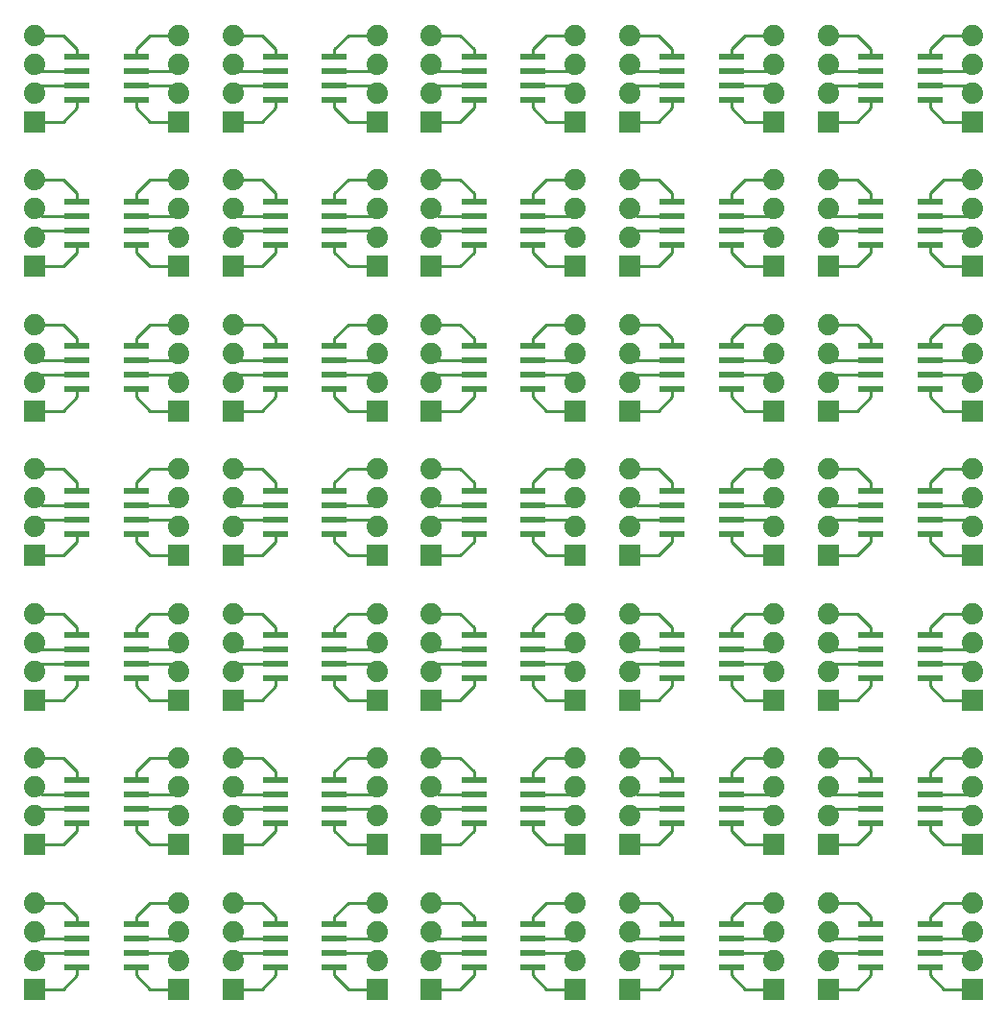
<source format=gbr>
G04 #@! TF.GenerationSoftware,KiCad,Pcbnew,5.1.5-5.1.5*
G04 #@! TF.CreationDate,2020-06-01T10:47:03+10:00*
G04 #@! TF.ProjectId,SOIC8-TSSOP8_panelized,534f4943-382d-4545-9353-4f50385f7061,rev?*
G04 #@! TF.SameCoordinates,Original*
G04 #@! TF.FileFunction,Copper,L1,Top*
G04 #@! TF.FilePolarity,Positive*
%FSLAX46Y46*%
G04 Gerber Fmt 4.6, Leading zero omitted, Abs format (unit mm)*
G04 Created by KiCad (PCBNEW 5.1.5-5.1.5) date 2020-06-01 10:47:03*
%MOMM*%
%LPD*%
G04 APERTURE LIST*
%ADD10R,1.879600X1.879600*%
%ADD11C,1.879600*%
%ADD12R,2.200000X0.600000*%
%ADD13C,0.254000*%
G04 APERTURE END LIST*
D10*
X225016108Y-185248612D03*
D11*
X225016108Y-182708612D03*
X225016108Y-180168612D03*
X225016108Y-177628612D03*
D10*
X225016108Y-172508610D03*
D11*
X225016108Y-169968610D03*
X225016108Y-167428610D03*
X225016108Y-164888610D03*
D10*
X225016108Y-159768608D03*
D11*
X225016108Y-157228608D03*
X225016108Y-154688608D03*
X225016108Y-152148608D03*
D10*
X225016108Y-147028606D03*
D11*
X225016108Y-144488606D03*
X225016108Y-141948606D03*
X225016108Y-139408606D03*
D10*
X225016108Y-134288604D03*
D11*
X225016108Y-131748604D03*
X225016108Y-129208604D03*
X225016108Y-126668604D03*
D10*
X225016108Y-121548602D03*
D11*
X225016108Y-119008602D03*
X225016108Y-116468602D03*
X225016108Y-113928602D03*
D10*
X225016108Y-108808600D03*
D11*
X225016108Y-106268600D03*
X225016108Y-103728600D03*
X225016108Y-101188600D03*
D10*
X207516106Y-185248612D03*
D11*
X207516106Y-182708612D03*
X207516106Y-180168612D03*
X207516106Y-177628612D03*
D10*
X207516106Y-172508610D03*
D11*
X207516106Y-169968610D03*
X207516106Y-167428610D03*
X207516106Y-164888610D03*
D10*
X207516106Y-159768608D03*
D11*
X207516106Y-157228608D03*
X207516106Y-154688608D03*
X207516106Y-152148608D03*
D10*
X207516106Y-147028606D03*
D11*
X207516106Y-144488606D03*
X207516106Y-141948606D03*
X207516106Y-139408606D03*
D10*
X207516106Y-134288604D03*
D11*
X207516106Y-131748604D03*
X207516106Y-129208604D03*
X207516106Y-126668604D03*
D10*
X207516106Y-121548602D03*
D11*
X207516106Y-119008602D03*
X207516106Y-116468602D03*
X207516106Y-113928602D03*
D10*
X207516106Y-108808600D03*
D11*
X207516106Y-106268600D03*
X207516106Y-103728600D03*
X207516106Y-101188600D03*
D10*
X190016104Y-185248612D03*
D11*
X190016104Y-182708612D03*
X190016104Y-180168612D03*
X190016104Y-177628612D03*
D10*
X190016104Y-172508610D03*
D11*
X190016104Y-169968610D03*
X190016104Y-167428610D03*
X190016104Y-164888610D03*
D10*
X190016104Y-159768608D03*
D11*
X190016104Y-157228608D03*
X190016104Y-154688608D03*
X190016104Y-152148608D03*
D10*
X190016104Y-147028606D03*
D11*
X190016104Y-144488606D03*
X190016104Y-141948606D03*
X190016104Y-139408606D03*
D10*
X190016104Y-134288604D03*
D11*
X190016104Y-131748604D03*
X190016104Y-129208604D03*
X190016104Y-126668604D03*
D10*
X190016104Y-121548602D03*
D11*
X190016104Y-119008602D03*
X190016104Y-116468602D03*
X190016104Y-113928602D03*
D10*
X190016104Y-108808600D03*
D11*
X190016104Y-106268600D03*
X190016104Y-103728600D03*
X190016104Y-101188600D03*
D10*
X172516102Y-185248612D03*
D11*
X172516102Y-182708612D03*
X172516102Y-180168612D03*
X172516102Y-177628612D03*
D10*
X172516102Y-172508610D03*
D11*
X172516102Y-169968610D03*
X172516102Y-167428610D03*
X172516102Y-164888610D03*
D10*
X172516102Y-159768608D03*
D11*
X172516102Y-157228608D03*
X172516102Y-154688608D03*
X172516102Y-152148608D03*
D10*
X172516102Y-147028606D03*
D11*
X172516102Y-144488606D03*
X172516102Y-141948606D03*
X172516102Y-139408606D03*
D10*
X172516102Y-134288604D03*
D11*
X172516102Y-131748604D03*
X172516102Y-129208604D03*
X172516102Y-126668604D03*
D10*
X172516102Y-121548602D03*
D11*
X172516102Y-119008602D03*
X172516102Y-116468602D03*
X172516102Y-113928602D03*
D10*
X172516102Y-108808600D03*
D11*
X172516102Y-106268600D03*
X172516102Y-103728600D03*
X172516102Y-101188600D03*
D10*
X155016100Y-185248612D03*
D11*
X155016100Y-182708612D03*
X155016100Y-180168612D03*
X155016100Y-177628612D03*
D10*
X155016100Y-172508610D03*
D11*
X155016100Y-169968610D03*
X155016100Y-167428610D03*
X155016100Y-164888610D03*
D10*
X155016100Y-159768608D03*
D11*
X155016100Y-157228608D03*
X155016100Y-154688608D03*
X155016100Y-152148608D03*
D10*
X155016100Y-147028606D03*
D11*
X155016100Y-144488606D03*
X155016100Y-141948606D03*
X155016100Y-139408606D03*
D10*
X155016100Y-134288604D03*
D11*
X155016100Y-131748604D03*
X155016100Y-129208604D03*
X155016100Y-126668604D03*
D10*
X155016100Y-121548602D03*
D11*
X155016100Y-119008602D03*
X155016100Y-116468602D03*
X155016100Y-113928602D03*
D10*
X212316108Y-185248612D03*
D11*
X212316108Y-182708612D03*
X212316108Y-180168612D03*
X212316108Y-177628612D03*
D10*
X212316108Y-172508610D03*
D11*
X212316108Y-169968610D03*
X212316108Y-167428610D03*
X212316108Y-164888610D03*
D10*
X212316108Y-159768608D03*
D11*
X212316108Y-157228608D03*
X212316108Y-154688608D03*
X212316108Y-152148608D03*
D10*
X212316108Y-147028606D03*
D11*
X212316108Y-144488606D03*
X212316108Y-141948606D03*
X212316108Y-139408606D03*
D10*
X212316108Y-134288604D03*
D11*
X212316108Y-131748604D03*
X212316108Y-129208604D03*
X212316108Y-126668604D03*
D10*
X212316108Y-121548602D03*
D11*
X212316108Y-119008602D03*
X212316108Y-116468602D03*
X212316108Y-113928602D03*
D10*
X212316108Y-108808600D03*
D11*
X212316108Y-106268600D03*
X212316108Y-103728600D03*
X212316108Y-101188600D03*
D10*
X194816106Y-185248612D03*
D11*
X194816106Y-182708612D03*
X194816106Y-180168612D03*
X194816106Y-177628612D03*
D10*
X194816106Y-172508610D03*
D11*
X194816106Y-169968610D03*
X194816106Y-167428610D03*
X194816106Y-164888610D03*
D10*
X194816106Y-159768608D03*
D11*
X194816106Y-157228608D03*
X194816106Y-154688608D03*
X194816106Y-152148608D03*
D10*
X194816106Y-147028606D03*
D11*
X194816106Y-144488606D03*
X194816106Y-141948606D03*
X194816106Y-139408606D03*
D10*
X194816106Y-134288604D03*
D11*
X194816106Y-131748604D03*
X194816106Y-129208604D03*
X194816106Y-126668604D03*
D10*
X194816106Y-121548602D03*
D11*
X194816106Y-119008602D03*
X194816106Y-116468602D03*
X194816106Y-113928602D03*
D10*
X194816106Y-108808600D03*
D11*
X194816106Y-106268600D03*
X194816106Y-103728600D03*
X194816106Y-101188600D03*
D10*
X177316104Y-185248612D03*
D11*
X177316104Y-182708612D03*
X177316104Y-180168612D03*
X177316104Y-177628612D03*
D10*
X177316104Y-172508610D03*
D11*
X177316104Y-169968610D03*
X177316104Y-167428610D03*
X177316104Y-164888610D03*
D10*
X177316104Y-159768608D03*
D11*
X177316104Y-157228608D03*
X177316104Y-154688608D03*
X177316104Y-152148608D03*
D10*
X177316104Y-147028606D03*
D11*
X177316104Y-144488606D03*
X177316104Y-141948606D03*
X177316104Y-139408606D03*
D10*
X177316104Y-134288604D03*
D11*
X177316104Y-131748604D03*
X177316104Y-129208604D03*
X177316104Y-126668604D03*
D10*
X177316104Y-121548602D03*
D11*
X177316104Y-119008602D03*
X177316104Y-116468602D03*
X177316104Y-113928602D03*
D10*
X177316104Y-108808600D03*
D11*
X177316104Y-106268600D03*
X177316104Y-103728600D03*
X177316104Y-101188600D03*
D10*
X159816102Y-185248612D03*
D11*
X159816102Y-182708612D03*
X159816102Y-180168612D03*
X159816102Y-177628612D03*
D10*
X159816102Y-172508610D03*
D11*
X159816102Y-169968610D03*
X159816102Y-167428610D03*
X159816102Y-164888610D03*
D10*
X159816102Y-159768608D03*
D11*
X159816102Y-157228608D03*
X159816102Y-154688608D03*
X159816102Y-152148608D03*
D10*
X159816102Y-147028606D03*
D11*
X159816102Y-144488606D03*
X159816102Y-141948606D03*
X159816102Y-139408606D03*
D10*
X159816102Y-134288604D03*
D11*
X159816102Y-131748604D03*
X159816102Y-129208604D03*
X159816102Y-126668604D03*
D10*
X159816102Y-121548602D03*
D11*
X159816102Y-119008602D03*
X159816102Y-116468602D03*
X159816102Y-113928602D03*
D10*
X159816102Y-108808600D03*
D11*
X159816102Y-106268600D03*
X159816102Y-103728600D03*
X159816102Y-101188600D03*
D10*
X142316100Y-185248612D03*
D11*
X142316100Y-182708612D03*
X142316100Y-180168612D03*
X142316100Y-177628612D03*
D10*
X142316100Y-172508610D03*
D11*
X142316100Y-169968610D03*
X142316100Y-167428610D03*
X142316100Y-164888610D03*
D10*
X142316100Y-159768608D03*
D11*
X142316100Y-157228608D03*
X142316100Y-154688608D03*
X142316100Y-152148608D03*
D10*
X142316100Y-147028606D03*
D11*
X142316100Y-144488606D03*
X142316100Y-141948606D03*
X142316100Y-139408606D03*
D10*
X142316100Y-134288604D03*
D11*
X142316100Y-131748604D03*
X142316100Y-129208604D03*
X142316100Y-126668604D03*
D10*
X142316100Y-121548602D03*
D11*
X142316100Y-119008602D03*
X142316100Y-116468602D03*
X142316100Y-113928602D03*
D12*
X216066108Y-180803612D03*
X221266108Y-180803612D03*
X216066108Y-179533612D03*
X216066108Y-182073612D03*
X216066108Y-183343612D03*
X221266108Y-179533612D03*
X221266108Y-182073612D03*
X221266108Y-183343612D03*
X216066108Y-168063610D03*
X221266108Y-168063610D03*
X216066108Y-166793610D03*
X216066108Y-169333610D03*
X216066108Y-170603610D03*
X221266108Y-166793610D03*
X221266108Y-169333610D03*
X221266108Y-170603610D03*
X216066108Y-155323608D03*
X221266108Y-155323608D03*
X216066108Y-154053608D03*
X216066108Y-156593608D03*
X216066108Y-157863608D03*
X221266108Y-154053608D03*
X221266108Y-156593608D03*
X221266108Y-157863608D03*
X216066108Y-142583606D03*
X221266108Y-142583606D03*
X216066108Y-141313606D03*
X216066108Y-143853606D03*
X216066108Y-145123606D03*
X221266108Y-141313606D03*
X221266108Y-143853606D03*
X221266108Y-145123606D03*
X216066108Y-129843604D03*
X221266108Y-129843604D03*
X216066108Y-128573604D03*
X216066108Y-131113604D03*
X216066108Y-132383604D03*
X221266108Y-128573604D03*
X221266108Y-131113604D03*
X221266108Y-132383604D03*
X216066108Y-117103602D03*
X221266108Y-117103602D03*
X216066108Y-115833602D03*
X216066108Y-118373602D03*
X216066108Y-119643602D03*
X221266108Y-115833602D03*
X221266108Y-118373602D03*
X221266108Y-119643602D03*
X216066108Y-104363600D03*
X221266108Y-104363600D03*
X216066108Y-103093600D03*
X216066108Y-105633600D03*
X216066108Y-106903600D03*
X221266108Y-103093600D03*
X221266108Y-105633600D03*
X221266108Y-106903600D03*
X198566106Y-180803612D03*
X203766106Y-180803612D03*
X198566106Y-179533612D03*
X198566106Y-182073612D03*
X198566106Y-183343612D03*
X203766106Y-179533612D03*
X203766106Y-182073612D03*
X203766106Y-183343612D03*
X198566106Y-168063610D03*
X203766106Y-168063610D03*
X198566106Y-166793610D03*
X198566106Y-169333610D03*
X198566106Y-170603610D03*
X203766106Y-166793610D03*
X203766106Y-169333610D03*
X203766106Y-170603610D03*
X198566106Y-155323608D03*
X203766106Y-155323608D03*
X198566106Y-154053608D03*
X198566106Y-156593608D03*
X198566106Y-157863608D03*
X203766106Y-154053608D03*
X203766106Y-156593608D03*
X203766106Y-157863608D03*
X198566106Y-142583606D03*
X203766106Y-142583606D03*
X198566106Y-141313606D03*
X198566106Y-143853606D03*
X198566106Y-145123606D03*
X203766106Y-141313606D03*
X203766106Y-143853606D03*
X203766106Y-145123606D03*
X198566106Y-129843604D03*
X203766106Y-129843604D03*
X198566106Y-128573604D03*
X198566106Y-131113604D03*
X198566106Y-132383604D03*
X203766106Y-128573604D03*
X203766106Y-131113604D03*
X203766106Y-132383604D03*
X198566106Y-117103602D03*
X203766106Y-117103602D03*
X198566106Y-115833602D03*
X198566106Y-118373602D03*
X198566106Y-119643602D03*
X203766106Y-115833602D03*
X203766106Y-118373602D03*
X203766106Y-119643602D03*
X198566106Y-104363600D03*
X203766106Y-104363600D03*
X198566106Y-103093600D03*
X198566106Y-105633600D03*
X198566106Y-106903600D03*
X203766106Y-103093600D03*
X203766106Y-105633600D03*
X203766106Y-106903600D03*
X181066104Y-180803612D03*
X186266104Y-180803612D03*
X181066104Y-179533612D03*
X181066104Y-182073612D03*
X181066104Y-183343612D03*
X186266104Y-179533612D03*
X186266104Y-182073612D03*
X186266104Y-183343612D03*
X181066104Y-168063610D03*
X186266104Y-168063610D03*
X181066104Y-166793610D03*
X181066104Y-169333610D03*
X181066104Y-170603610D03*
X186266104Y-166793610D03*
X186266104Y-169333610D03*
X186266104Y-170603610D03*
X181066104Y-155323608D03*
X186266104Y-155323608D03*
X181066104Y-154053608D03*
X181066104Y-156593608D03*
X181066104Y-157863608D03*
X186266104Y-154053608D03*
X186266104Y-156593608D03*
X186266104Y-157863608D03*
X181066104Y-142583606D03*
X186266104Y-142583606D03*
X181066104Y-141313606D03*
X181066104Y-143853606D03*
X181066104Y-145123606D03*
X186266104Y-141313606D03*
X186266104Y-143853606D03*
X186266104Y-145123606D03*
X181066104Y-129843604D03*
X186266104Y-129843604D03*
X181066104Y-128573604D03*
X181066104Y-131113604D03*
X181066104Y-132383604D03*
X186266104Y-128573604D03*
X186266104Y-131113604D03*
X186266104Y-132383604D03*
X181066104Y-117103602D03*
X186266104Y-117103602D03*
X181066104Y-115833602D03*
X181066104Y-118373602D03*
X181066104Y-119643602D03*
X186266104Y-115833602D03*
X186266104Y-118373602D03*
X186266104Y-119643602D03*
X181066104Y-104363600D03*
X186266104Y-104363600D03*
X181066104Y-103093600D03*
X181066104Y-105633600D03*
X181066104Y-106903600D03*
X186266104Y-103093600D03*
X186266104Y-105633600D03*
X186266104Y-106903600D03*
X163566102Y-180803612D03*
X168766102Y-180803612D03*
X163566102Y-179533612D03*
X163566102Y-182073612D03*
X163566102Y-183343612D03*
X168766102Y-179533612D03*
X168766102Y-182073612D03*
X168766102Y-183343612D03*
X163566102Y-168063610D03*
X168766102Y-168063610D03*
X163566102Y-166793610D03*
X163566102Y-169333610D03*
X163566102Y-170603610D03*
X168766102Y-166793610D03*
X168766102Y-169333610D03*
X168766102Y-170603610D03*
X163566102Y-155323608D03*
X168766102Y-155323608D03*
X163566102Y-154053608D03*
X163566102Y-156593608D03*
X163566102Y-157863608D03*
X168766102Y-154053608D03*
X168766102Y-156593608D03*
X168766102Y-157863608D03*
X163566102Y-142583606D03*
X168766102Y-142583606D03*
X163566102Y-141313606D03*
X163566102Y-143853606D03*
X163566102Y-145123606D03*
X168766102Y-141313606D03*
X168766102Y-143853606D03*
X168766102Y-145123606D03*
X163566102Y-129843604D03*
X168766102Y-129843604D03*
X163566102Y-128573604D03*
X163566102Y-131113604D03*
X163566102Y-132383604D03*
X168766102Y-128573604D03*
X168766102Y-131113604D03*
X168766102Y-132383604D03*
X163566102Y-117103602D03*
X168766102Y-117103602D03*
X163566102Y-115833602D03*
X163566102Y-118373602D03*
X163566102Y-119643602D03*
X168766102Y-115833602D03*
X168766102Y-118373602D03*
X168766102Y-119643602D03*
X163566102Y-104363600D03*
X168766102Y-104363600D03*
X163566102Y-103093600D03*
X163566102Y-105633600D03*
X163566102Y-106903600D03*
X168766102Y-103093600D03*
X168766102Y-105633600D03*
X168766102Y-106903600D03*
X146066100Y-180803612D03*
X151266100Y-180803612D03*
X146066100Y-179533612D03*
X146066100Y-182073612D03*
X146066100Y-183343612D03*
X151266100Y-179533612D03*
X151266100Y-182073612D03*
X151266100Y-183343612D03*
X146066100Y-168063610D03*
X151266100Y-168063610D03*
X146066100Y-166793610D03*
X146066100Y-169333610D03*
X146066100Y-170603610D03*
X151266100Y-166793610D03*
X151266100Y-169333610D03*
X151266100Y-170603610D03*
X146066100Y-155323608D03*
X151266100Y-155323608D03*
X146066100Y-154053608D03*
X146066100Y-156593608D03*
X146066100Y-157863608D03*
X151266100Y-154053608D03*
X151266100Y-156593608D03*
X151266100Y-157863608D03*
X146066100Y-142583606D03*
X151266100Y-142583606D03*
X146066100Y-141313606D03*
X146066100Y-143853606D03*
X146066100Y-145123606D03*
X151266100Y-141313606D03*
X151266100Y-143853606D03*
X151266100Y-145123606D03*
X146066100Y-129843604D03*
X151266100Y-129843604D03*
X146066100Y-128573604D03*
X146066100Y-131113604D03*
X146066100Y-132383604D03*
X151266100Y-128573604D03*
X151266100Y-131113604D03*
X151266100Y-132383604D03*
X146066100Y-117103602D03*
X151266100Y-117103602D03*
X146066100Y-115833602D03*
X146066100Y-118373602D03*
X146066100Y-119643602D03*
X151266100Y-115833602D03*
X151266100Y-118373602D03*
X151266100Y-119643602D03*
X151266100Y-106903600D03*
X151266100Y-105633600D03*
X151266100Y-103093600D03*
X146066100Y-106903600D03*
X146066100Y-105633600D03*
X146066100Y-103093600D03*
X151266100Y-104363600D03*
X146066100Y-104363600D03*
D11*
X142316100Y-101188600D03*
X142316100Y-103728600D03*
X142316100Y-106268600D03*
D10*
X142316100Y-108808600D03*
D11*
X155016100Y-101188600D03*
X155016100Y-103728600D03*
X155016100Y-106268600D03*
D10*
X155016100Y-108808600D03*
D13*
X151266100Y-106903600D02*
X151266100Y-107598600D01*
X151266100Y-107598600D02*
X152476100Y-108808600D01*
X152476100Y-108808600D02*
X155016100Y-108808600D01*
X151266100Y-119643602D02*
X151266100Y-120338602D01*
X151266100Y-132383604D02*
X151266100Y-133078604D01*
X151266100Y-145123606D02*
X151266100Y-145818606D01*
X151266100Y-157863608D02*
X151266100Y-158558608D01*
X151266100Y-170603610D02*
X151266100Y-171298610D01*
X151266100Y-183343612D02*
X151266100Y-184038612D01*
X168766102Y-106903600D02*
X168766102Y-107598600D01*
X168766102Y-119643602D02*
X168766102Y-120338602D01*
X168766102Y-132383604D02*
X168766102Y-133078604D01*
X168766102Y-145123606D02*
X168766102Y-145818606D01*
X168766102Y-157863608D02*
X168766102Y-158558608D01*
X168766102Y-170603610D02*
X168766102Y-171298610D01*
X168766102Y-183343612D02*
X168766102Y-184038612D01*
X186266104Y-106903600D02*
X186266104Y-107598600D01*
X186266104Y-119643602D02*
X186266104Y-120338602D01*
X186266104Y-132383604D02*
X186266104Y-133078604D01*
X186266104Y-145123606D02*
X186266104Y-145818606D01*
X186266104Y-157863608D02*
X186266104Y-158558608D01*
X186266104Y-170603610D02*
X186266104Y-171298610D01*
X186266104Y-183343612D02*
X186266104Y-184038612D01*
X203766106Y-106903600D02*
X203766106Y-107598600D01*
X203766106Y-119643602D02*
X203766106Y-120338602D01*
X203766106Y-132383604D02*
X203766106Y-133078604D01*
X203766106Y-145123606D02*
X203766106Y-145818606D01*
X203766106Y-157863608D02*
X203766106Y-158558608D01*
X203766106Y-170603610D02*
X203766106Y-171298610D01*
X203766106Y-183343612D02*
X203766106Y-184038612D01*
X221266108Y-106903600D02*
X221266108Y-107598600D01*
X221266108Y-119643602D02*
X221266108Y-120338602D01*
X221266108Y-132383604D02*
X221266108Y-133078604D01*
X221266108Y-145123606D02*
X221266108Y-145818606D01*
X221266108Y-157863608D02*
X221266108Y-158558608D01*
X221266108Y-170603610D02*
X221266108Y-171298610D01*
X221266108Y-183343612D02*
X221266108Y-184038612D01*
X151266100Y-120338602D02*
X152476100Y-121548602D01*
X151266100Y-133078604D02*
X152476100Y-134288604D01*
X151266100Y-145818606D02*
X152476100Y-147028606D01*
X151266100Y-158558608D02*
X152476100Y-159768608D01*
X151266100Y-171298610D02*
X152476100Y-172508610D01*
X151266100Y-184038612D02*
X152476100Y-185248612D01*
X168766102Y-107598600D02*
X169976102Y-108808600D01*
X168766102Y-120338602D02*
X169976102Y-121548602D01*
X168766102Y-133078604D02*
X169976102Y-134288604D01*
X168766102Y-145818606D02*
X169976102Y-147028606D01*
X168766102Y-158558608D02*
X169976102Y-159768608D01*
X168766102Y-171298610D02*
X169976102Y-172508610D01*
X168766102Y-184038612D02*
X169976102Y-185248612D01*
X186266104Y-107598600D02*
X187476104Y-108808600D01*
X186266104Y-120338602D02*
X187476104Y-121548602D01*
X186266104Y-133078604D02*
X187476104Y-134288604D01*
X186266104Y-145818606D02*
X187476104Y-147028606D01*
X186266104Y-158558608D02*
X187476104Y-159768608D01*
X186266104Y-171298610D02*
X187476104Y-172508610D01*
X186266104Y-184038612D02*
X187476104Y-185248612D01*
X203766106Y-107598600D02*
X204976106Y-108808600D01*
X203766106Y-120338602D02*
X204976106Y-121548602D01*
X203766106Y-133078604D02*
X204976106Y-134288604D01*
X203766106Y-145818606D02*
X204976106Y-147028606D01*
X203766106Y-158558608D02*
X204976106Y-159768608D01*
X203766106Y-171298610D02*
X204976106Y-172508610D01*
X203766106Y-184038612D02*
X204976106Y-185248612D01*
X221266108Y-107598600D02*
X222476108Y-108808600D01*
X221266108Y-120338602D02*
X222476108Y-121548602D01*
X221266108Y-133078604D02*
X222476108Y-134288604D01*
X221266108Y-145818606D02*
X222476108Y-147028606D01*
X221266108Y-158558608D02*
X222476108Y-159768608D01*
X221266108Y-171298610D02*
X222476108Y-172508610D01*
X221266108Y-184038612D02*
X222476108Y-185248612D01*
X152476100Y-121548602D02*
X155016100Y-121548602D01*
X152476100Y-134288604D02*
X155016100Y-134288604D01*
X152476100Y-147028606D02*
X155016100Y-147028606D01*
X152476100Y-159768608D02*
X155016100Y-159768608D01*
X152476100Y-172508610D02*
X155016100Y-172508610D01*
X152476100Y-185248612D02*
X155016100Y-185248612D01*
X169976102Y-108808600D02*
X172516102Y-108808600D01*
X169976102Y-121548602D02*
X172516102Y-121548602D01*
X169976102Y-134288604D02*
X172516102Y-134288604D01*
X169976102Y-147028606D02*
X172516102Y-147028606D01*
X169976102Y-159768608D02*
X172516102Y-159768608D01*
X169976102Y-172508610D02*
X172516102Y-172508610D01*
X169976102Y-185248612D02*
X172516102Y-185248612D01*
X187476104Y-108808600D02*
X190016104Y-108808600D01*
X187476104Y-121548602D02*
X190016104Y-121548602D01*
X187476104Y-134288604D02*
X190016104Y-134288604D01*
X187476104Y-147028606D02*
X190016104Y-147028606D01*
X187476104Y-159768608D02*
X190016104Y-159768608D01*
X187476104Y-172508610D02*
X190016104Y-172508610D01*
X187476104Y-185248612D02*
X190016104Y-185248612D01*
X204976106Y-108808600D02*
X207516106Y-108808600D01*
X204976106Y-121548602D02*
X207516106Y-121548602D01*
X204976106Y-134288604D02*
X207516106Y-134288604D01*
X204976106Y-147028606D02*
X207516106Y-147028606D01*
X204976106Y-159768608D02*
X207516106Y-159768608D01*
X204976106Y-172508610D02*
X207516106Y-172508610D01*
X204976106Y-185248612D02*
X207516106Y-185248612D01*
X222476108Y-108808600D02*
X225016108Y-108808600D01*
X222476108Y-121548602D02*
X225016108Y-121548602D01*
X222476108Y-134288604D02*
X225016108Y-134288604D01*
X222476108Y-147028606D02*
X225016108Y-147028606D01*
X222476108Y-159768608D02*
X225016108Y-159768608D01*
X222476108Y-172508610D02*
X225016108Y-172508610D01*
X222476108Y-185248612D02*
X225016108Y-185248612D01*
X151266100Y-105633600D02*
X154381100Y-105633600D01*
X154381100Y-105633600D02*
X155016100Y-106268600D01*
X151266100Y-118373602D02*
X154381100Y-118373602D01*
X151266100Y-131113604D02*
X154381100Y-131113604D01*
X151266100Y-143853606D02*
X154381100Y-143853606D01*
X151266100Y-156593608D02*
X154381100Y-156593608D01*
X151266100Y-169333610D02*
X154381100Y-169333610D01*
X151266100Y-182073612D02*
X154381100Y-182073612D01*
X168766102Y-105633600D02*
X171881102Y-105633600D01*
X168766102Y-118373602D02*
X171881102Y-118373602D01*
X168766102Y-131113604D02*
X171881102Y-131113604D01*
X168766102Y-143853606D02*
X171881102Y-143853606D01*
X168766102Y-156593608D02*
X171881102Y-156593608D01*
X168766102Y-169333610D02*
X171881102Y-169333610D01*
X168766102Y-182073612D02*
X171881102Y-182073612D01*
X186266104Y-105633600D02*
X189381104Y-105633600D01*
X186266104Y-118373602D02*
X189381104Y-118373602D01*
X186266104Y-131113604D02*
X189381104Y-131113604D01*
X186266104Y-143853606D02*
X189381104Y-143853606D01*
X186266104Y-156593608D02*
X189381104Y-156593608D01*
X186266104Y-169333610D02*
X189381104Y-169333610D01*
X186266104Y-182073612D02*
X189381104Y-182073612D01*
X203766106Y-105633600D02*
X206881106Y-105633600D01*
X203766106Y-118373602D02*
X206881106Y-118373602D01*
X203766106Y-131113604D02*
X206881106Y-131113604D01*
X203766106Y-143853606D02*
X206881106Y-143853606D01*
X203766106Y-156593608D02*
X206881106Y-156593608D01*
X203766106Y-169333610D02*
X206881106Y-169333610D01*
X203766106Y-182073612D02*
X206881106Y-182073612D01*
X221266108Y-105633600D02*
X224381108Y-105633600D01*
X221266108Y-118373602D02*
X224381108Y-118373602D01*
X221266108Y-131113604D02*
X224381108Y-131113604D01*
X221266108Y-143853606D02*
X224381108Y-143853606D01*
X221266108Y-156593608D02*
X224381108Y-156593608D01*
X221266108Y-169333610D02*
X224381108Y-169333610D01*
X221266108Y-182073612D02*
X224381108Y-182073612D01*
X154381100Y-118373602D02*
X155016100Y-119008602D01*
X154381100Y-131113604D02*
X155016100Y-131748604D01*
X154381100Y-143853606D02*
X155016100Y-144488606D01*
X154381100Y-156593608D02*
X155016100Y-157228608D01*
X154381100Y-169333610D02*
X155016100Y-169968610D01*
X154381100Y-182073612D02*
X155016100Y-182708612D01*
X171881102Y-105633600D02*
X172516102Y-106268600D01*
X171881102Y-118373602D02*
X172516102Y-119008602D01*
X171881102Y-131113604D02*
X172516102Y-131748604D01*
X171881102Y-143853606D02*
X172516102Y-144488606D01*
X171881102Y-156593608D02*
X172516102Y-157228608D01*
X171881102Y-169333610D02*
X172516102Y-169968610D01*
X171881102Y-182073612D02*
X172516102Y-182708612D01*
X189381104Y-105633600D02*
X190016104Y-106268600D01*
X189381104Y-118373602D02*
X190016104Y-119008602D01*
X189381104Y-131113604D02*
X190016104Y-131748604D01*
X189381104Y-143853606D02*
X190016104Y-144488606D01*
X189381104Y-156593608D02*
X190016104Y-157228608D01*
X189381104Y-169333610D02*
X190016104Y-169968610D01*
X189381104Y-182073612D02*
X190016104Y-182708612D01*
X206881106Y-105633600D02*
X207516106Y-106268600D01*
X206881106Y-118373602D02*
X207516106Y-119008602D01*
X206881106Y-131113604D02*
X207516106Y-131748604D01*
X206881106Y-143853606D02*
X207516106Y-144488606D01*
X206881106Y-156593608D02*
X207516106Y-157228608D01*
X206881106Y-169333610D02*
X207516106Y-169968610D01*
X206881106Y-182073612D02*
X207516106Y-182708612D01*
X224381108Y-105633600D02*
X225016108Y-106268600D01*
X224381108Y-118373602D02*
X225016108Y-119008602D01*
X224381108Y-131113604D02*
X225016108Y-131748604D01*
X224381108Y-143853606D02*
X225016108Y-144488606D01*
X224381108Y-156593608D02*
X225016108Y-157228608D01*
X224381108Y-169333610D02*
X225016108Y-169968610D01*
X224381108Y-182073612D02*
X225016108Y-182708612D01*
X151266100Y-103093600D02*
X151266100Y-102398600D01*
X151266100Y-102398600D02*
X152476100Y-101188600D01*
X152476100Y-101188600D02*
X155016100Y-101188600D01*
X151266100Y-115833602D02*
X151266100Y-115138602D01*
X151266100Y-128573604D02*
X151266100Y-127878604D01*
X151266100Y-141313606D02*
X151266100Y-140618606D01*
X151266100Y-154053608D02*
X151266100Y-153358608D01*
X151266100Y-166793610D02*
X151266100Y-166098610D01*
X151266100Y-179533612D02*
X151266100Y-178838612D01*
X168766102Y-103093600D02*
X168766102Y-102398600D01*
X168766102Y-115833602D02*
X168766102Y-115138602D01*
X168766102Y-128573604D02*
X168766102Y-127878604D01*
X168766102Y-141313606D02*
X168766102Y-140618606D01*
X168766102Y-154053608D02*
X168766102Y-153358608D01*
X168766102Y-166793610D02*
X168766102Y-166098610D01*
X168766102Y-179533612D02*
X168766102Y-178838612D01*
X186266104Y-103093600D02*
X186266104Y-102398600D01*
X186266104Y-115833602D02*
X186266104Y-115138602D01*
X186266104Y-128573604D02*
X186266104Y-127878604D01*
X186266104Y-141313606D02*
X186266104Y-140618606D01*
X186266104Y-154053608D02*
X186266104Y-153358608D01*
X186266104Y-166793610D02*
X186266104Y-166098610D01*
X186266104Y-179533612D02*
X186266104Y-178838612D01*
X203766106Y-103093600D02*
X203766106Y-102398600D01*
X203766106Y-115833602D02*
X203766106Y-115138602D01*
X203766106Y-128573604D02*
X203766106Y-127878604D01*
X203766106Y-141313606D02*
X203766106Y-140618606D01*
X203766106Y-154053608D02*
X203766106Y-153358608D01*
X203766106Y-166793610D02*
X203766106Y-166098610D01*
X203766106Y-179533612D02*
X203766106Y-178838612D01*
X221266108Y-103093600D02*
X221266108Y-102398600D01*
X221266108Y-115833602D02*
X221266108Y-115138602D01*
X221266108Y-128573604D02*
X221266108Y-127878604D01*
X221266108Y-141313606D02*
X221266108Y-140618606D01*
X221266108Y-154053608D02*
X221266108Y-153358608D01*
X221266108Y-166793610D02*
X221266108Y-166098610D01*
X221266108Y-179533612D02*
X221266108Y-178838612D01*
X151266100Y-115138602D02*
X152476100Y-113928602D01*
X151266100Y-127878604D02*
X152476100Y-126668604D01*
X151266100Y-140618606D02*
X152476100Y-139408606D01*
X151266100Y-153358608D02*
X152476100Y-152148608D01*
X151266100Y-166098610D02*
X152476100Y-164888610D01*
X151266100Y-178838612D02*
X152476100Y-177628612D01*
X168766102Y-102398600D02*
X169976102Y-101188600D01*
X168766102Y-115138602D02*
X169976102Y-113928602D01*
X168766102Y-127878604D02*
X169976102Y-126668604D01*
X168766102Y-140618606D02*
X169976102Y-139408606D01*
X168766102Y-153358608D02*
X169976102Y-152148608D01*
X168766102Y-166098610D02*
X169976102Y-164888610D01*
X168766102Y-178838612D02*
X169976102Y-177628612D01*
X186266104Y-102398600D02*
X187476104Y-101188600D01*
X186266104Y-115138602D02*
X187476104Y-113928602D01*
X186266104Y-127878604D02*
X187476104Y-126668604D01*
X186266104Y-140618606D02*
X187476104Y-139408606D01*
X186266104Y-153358608D02*
X187476104Y-152148608D01*
X186266104Y-166098610D02*
X187476104Y-164888610D01*
X186266104Y-178838612D02*
X187476104Y-177628612D01*
X203766106Y-102398600D02*
X204976106Y-101188600D01*
X203766106Y-115138602D02*
X204976106Y-113928602D01*
X203766106Y-127878604D02*
X204976106Y-126668604D01*
X203766106Y-140618606D02*
X204976106Y-139408606D01*
X203766106Y-153358608D02*
X204976106Y-152148608D01*
X203766106Y-166098610D02*
X204976106Y-164888610D01*
X203766106Y-178838612D02*
X204976106Y-177628612D01*
X221266108Y-102398600D02*
X222476108Y-101188600D01*
X221266108Y-115138602D02*
X222476108Y-113928602D01*
X221266108Y-127878604D02*
X222476108Y-126668604D01*
X221266108Y-140618606D02*
X222476108Y-139408606D01*
X221266108Y-153358608D02*
X222476108Y-152148608D01*
X221266108Y-166098610D02*
X222476108Y-164888610D01*
X221266108Y-178838612D02*
X222476108Y-177628612D01*
X152476100Y-113928602D02*
X155016100Y-113928602D01*
X152476100Y-126668604D02*
X155016100Y-126668604D01*
X152476100Y-139408606D02*
X155016100Y-139408606D01*
X152476100Y-152148608D02*
X155016100Y-152148608D01*
X152476100Y-164888610D02*
X155016100Y-164888610D01*
X152476100Y-177628612D02*
X155016100Y-177628612D01*
X169976102Y-101188600D02*
X172516102Y-101188600D01*
X169976102Y-113928602D02*
X172516102Y-113928602D01*
X169976102Y-126668604D02*
X172516102Y-126668604D01*
X169976102Y-139408606D02*
X172516102Y-139408606D01*
X169976102Y-152148608D02*
X172516102Y-152148608D01*
X169976102Y-164888610D02*
X172516102Y-164888610D01*
X169976102Y-177628612D02*
X172516102Y-177628612D01*
X187476104Y-101188600D02*
X190016104Y-101188600D01*
X187476104Y-113928602D02*
X190016104Y-113928602D01*
X187476104Y-126668604D02*
X190016104Y-126668604D01*
X187476104Y-139408606D02*
X190016104Y-139408606D01*
X187476104Y-152148608D02*
X190016104Y-152148608D01*
X187476104Y-164888610D02*
X190016104Y-164888610D01*
X187476104Y-177628612D02*
X190016104Y-177628612D01*
X204976106Y-101188600D02*
X207516106Y-101188600D01*
X204976106Y-113928602D02*
X207516106Y-113928602D01*
X204976106Y-126668604D02*
X207516106Y-126668604D01*
X204976106Y-139408606D02*
X207516106Y-139408606D01*
X204976106Y-152148608D02*
X207516106Y-152148608D01*
X204976106Y-164888610D02*
X207516106Y-164888610D01*
X204976106Y-177628612D02*
X207516106Y-177628612D01*
X222476108Y-101188600D02*
X225016108Y-101188600D01*
X222476108Y-113928602D02*
X225016108Y-113928602D01*
X222476108Y-126668604D02*
X225016108Y-126668604D01*
X222476108Y-139408606D02*
X225016108Y-139408606D01*
X222476108Y-152148608D02*
X225016108Y-152148608D01*
X222476108Y-164888610D02*
X225016108Y-164888610D01*
X222476108Y-177628612D02*
X225016108Y-177628612D01*
X146066100Y-106903600D02*
X146066100Y-107598600D01*
X146066100Y-107598600D02*
X144856100Y-108808600D01*
X144856100Y-108808600D02*
X142316100Y-108808600D01*
X146066100Y-119643602D02*
X146066100Y-120338602D01*
X146066100Y-132383604D02*
X146066100Y-133078604D01*
X146066100Y-145123606D02*
X146066100Y-145818606D01*
X146066100Y-157863608D02*
X146066100Y-158558608D01*
X146066100Y-170603610D02*
X146066100Y-171298610D01*
X146066100Y-183343612D02*
X146066100Y-184038612D01*
X163566102Y-106903600D02*
X163566102Y-107598600D01*
X163566102Y-119643602D02*
X163566102Y-120338602D01*
X163566102Y-132383604D02*
X163566102Y-133078604D01*
X163566102Y-145123606D02*
X163566102Y-145818606D01*
X163566102Y-157863608D02*
X163566102Y-158558608D01*
X163566102Y-170603610D02*
X163566102Y-171298610D01*
X163566102Y-183343612D02*
X163566102Y-184038612D01*
X181066104Y-106903600D02*
X181066104Y-107598600D01*
X181066104Y-119643602D02*
X181066104Y-120338602D01*
X181066104Y-132383604D02*
X181066104Y-133078604D01*
X181066104Y-145123606D02*
X181066104Y-145818606D01*
X181066104Y-157863608D02*
X181066104Y-158558608D01*
X181066104Y-170603610D02*
X181066104Y-171298610D01*
X181066104Y-183343612D02*
X181066104Y-184038612D01*
X198566106Y-106903600D02*
X198566106Y-107598600D01*
X198566106Y-119643602D02*
X198566106Y-120338602D01*
X198566106Y-132383604D02*
X198566106Y-133078604D01*
X198566106Y-145123606D02*
X198566106Y-145818606D01*
X198566106Y-157863608D02*
X198566106Y-158558608D01*
X198566106Y-170603610D02*
X198566106Y-171298610D01*
X198566106Y-183343612D02*
X198566106Y-184038612D01*
X216066108Y-106903600D02*
X216066108Y-107598600D01*
X216066108Y-119643602D02*
X216066108Y-120338602D01*
X216066108Y-132383604D02*
X216066108Y-133078604D01*
X216066108Y-145123606D02*
X216066108Y-145818606D01*
X216066108Y-157863608D02*
X216066108Y-158558608D01*
X216066108Y-170603610D02*
X216066108Y-171298610D01*
X216066108Y-183343612D02*
X216066108Y-184038612D01*
X146066100Y-120338602D02*
X144856100Y-121548602D01*
X146066100Y-133078604D02*
X144856100Y-134288604D01*
X146066100Y-145818606D02*
X144856100Y-147028606D01*
X146066100Y-158558608D02*
X144856100Y-159768608D01*
X146066100Y-171298610D02*
X144856100Y-172508610D01*
X146066100Y-184038612D02*
X144856100Y-185248612D01*
X163566102Y-107598600D02*
X162356102Y-108808600D01*
X163566102Y-120338602D02*
X162356102Y-121548602D01*
X163566102Y-133078604D02*
X162356102Y-134288604D01*
X163566102Y-145818606D02*
X162356102Y-147028606D01*
X163566102Y-158558608D02*
X162356102Y-159768608D01*
X163566102Y-171298610D02*
X162356102Y-172508610D01*
X163566102Y-184038612D02*
X162356102Y-185248612D01*
X181066104Y-107598600D02*
X179856104Y-108808600D01*
X181066104Y-120338602D02*
X179856104Y-121548602D01*
X181066104Y-133078604D02*
X179856104Y-134288604D01*
X181066104Y-145818606D02*
X179856104Y-147028606D01*
X181066104Y-158558608D02*
X179856104Y-159768608D01*
X181066104Y-171298610D02*
X179856104Y-172508610D01*
X181066104Y-184038612D02*
X179856104Y-185248612D01*
X198566106Y-107598600D02*
X197356106Y-108808600D01*
X198566106Y-120338602D02*
X197356106Y-121548602D01*
X198566106Y-133078604D02*
X197356106Y-134288604D01*
X198566106Y-145818606D02*
X197356106Y-147028606D01*
X198566106Y-158558608D02*
X197356106Y-159768608D01*
X198566106Y-171298610D02*
X197356106Y-172508610D01*
X198566106Y-184038612D02*
X197356106Y-185248612D01*
X216066108Y-107598600D02*
X214856108Y-108808600D01*
X216066108Y-120338602D02*
X214856108Y-121548602D01*
X216066108Y-133078604D02*
X214856108Y-134288604D01*
X216066108Y-145818606D02*
X214856108Y-147028606D01*
X216066108Y-158558608D02*
X214856108Y-159768608D01*
X216066108Y-171298610D02*
X214856108Y-172508610D01*
X216066108Y-184038612D02*
X214856108Y-185248612D01*
X144856100Y-121548602D02*
X142316100Y-121548602D01*
X144856100Y-134288604D02*
X142316100Y-134288604D01*
X144856100Y-147028606D02*
X142316100Y-147028606D01*
X144856100Y-159768608D02*
X142316100Y-159768608D01*
X144856100Y-172508610D02*
X142316100Y-172508610D01*
X144856100Y-185248612D02*
X142316100Y-185248612D01*
X162356102Y-108808600D02*
X159816102Y-108808600D01*
X162356102Y-121548602D02*
X159816102Y-121548602D01*
X162356102Y-134288604D02*
X159816102Y-134288604D01*
X162356102Y-147028606D02*
X159816102Y-147028606D01*
X162356102Y-159768608D02*
X159816102Y-159768608D01*
X162356102Y-172508610D02*
X159816102Y-172508610D01*
X162356102Y-185248612D02*
X159816102Y-185248612D01*
X179856104Y-108808600D02*
X177316104Y-108808600D01*
X179856104Y-121548602D02*
X177316104Y-121548602D01*
X179856104Y-134288604D02*
X177316104Y-134288604D01*
X179856104Y-147028606D02*
X177316104Y-147028606D01*
X179856104Y-159768608D02*
X177316104Y-159768608D01*
X179856104Y-172508610D02*
X177316104Y-172508610D01*
X179856104Y-185248612D02*
X177316104Y-185248612D01*
X197356106Y-108808600D02*
X194816106Y-108808600D01*
X197356106Y-121548602D02*
X194816106Y-121548602D01*
X197356106Y-134288604D02*
X194816106Y-134288604D01*
X197356106Y-147028606D02*
X194816106Y-147028606D01*
X197356106Y-159768608D02*
X194816106Y-159768608D01*
X197356106Y-172508610D02*
X194816106Y-172508610D01*
X197356106Y-185248612D02*
X194816106Y-185248612D01*
X214856108Y-108808600D02*
X212316108Y-108808600D01*
X214856108Y-121548602D02*
X212316108Y-121548602D01*
X214856108Y-134288604D02*
X212316108Y-134288604D01*
X214856108Y-147028606D02*
X212316108Y-147028606D01*
X214856108Y-159768608D02*
X212316108Y-159768608D01*
X214856108Y-172508610D02*
X212316108Y-172508610D01*
X214856108Y-185248612D02*
X212316108Y-185248612D01*
X146066100Y-105633600D02*
X142951100Y-105633600D01*
X142951100Y-105633600D02*
X142316100Y-106268600D01*
X146066100Y-118373602D02*
X142951100Y-118373602D01*
X146066100Y-131113604D02*
X142951100Y-131113604D01*
X146066100Y-143853606D02*
X142951100Y-143853606D01*
X146066100Y-156593608D02*
X142951100Y-156593608D01*
X146066100Y-169333610D02*
X142951100Y-169333610D01*
X146066100Y-182073612D02*
X142951100Y-182073612D01*
X163566102Y-105633600D02*
X160451102Y-105633600D01*
X163566102Y-118373602D02*
X160451102Y-118373602D01*
X163566102Y-131113604D02*
X160451102Y-131113604D01*
X163566102Y-143853606D02*
X160451102Y-143853606D01*
X163566102Y-156593608D02*
X160451102Y-156593608D01*
X163566102Y-169333610D02*
X160451102Y-169333610D01*
X163566102Y-182073612D02*
X160451102Y-182073612D01*
X181066104Y-105633600D02*
X177951104Y-105633600D01*
X181066104Y-118373602D02*
X177951104Y-118373602D01*
X181066104Y-131113604D02*
X177951104Y-131113604D01*
X181066104Y-143853606D02*
X177951104Y-143853606D01*
X181066104Y-156593608D02*
X177951104Y-156593608D01*
X181066104Y-169333610D02*
X177951104Y-169333610D01*
X181066104Y-182073612D02*
X177951104Y-182073612D01*
X198566106Y-105633600D02*
X195451106Y-105633600D01*
X198566106Y-118373602D02*
X195451106Y-118373602D01*
X198566106Y-131113604D02*
X195451106Y-131113604D01*
X198566106Y-143853606D02*
X195451106Y-143853606D01*
X198566106Y-156593608D02*
X195451106Y-156593608D01*
X198566106Y-169333610D02*
X195451106Y-169333610D01*
X198566106Y-182073612D02*
X195451106Y-182073612D01*
X216066108Y-105633600D02*
X212951108Y-105633600D01*
X216066108Y-118373602D02*
X212951108Y-118373602D01*
X216066108Y-131113604D02*
X212951108Y-131113604D01*
X216066108Y-143853606D02*
X212951108Y-143853606D01*
X216066108Y-156593608D02*
X212951108Y-156593608D01*
X216066108Y-169333610D02*
X212951108Y-169333610D01*
X216066108Y-182073612D02*
X212951108Y-182073612D01*
X142951100Y-118373602D02*
X142316100Y-119008602D01*
X142951100Y-131113604D02*
X142316100Y-131748604D01*
X142951100Y-143853606D02*
X142316100Y-144488606D01*
X142951100Y-156593608D02*
X142316100Y-157228608D01*
X142951100Y-169333610D02*
X142316100Y-169968610D01*
X142951100Y-182073612D02*
X142316100Y-182708612D01*
X160451102Y-105633600D02*
X159816102Y-106268600D01*
X160451102Y-118373602D02*
X159816102Y-119008602D01*
X160451102Y-131113604D02*
X159816102Y-131748604D01*
X160451102Y-143853606D02*
X159816102Y-144488606D01*
X160451102Y-156593608D02*
X159816102Y-157228608D01*
X160451102Y-169333610D02*
X159816102Y-169968610D01*
X160451102Y-182073612D02*
X159816102Y-182708612D01*
X177951104Y-105633600D02*
X177316104Y-106268600D01*
X177951104Y-118373602D02*
X177316104Y-119008602D01*
X177951104Y-131113604D02*
X177316104Y-131748604D01*
X177951104Y-143853606D02*
X177316104Y-144488606D01*
X177951104Y-156593608D02*
X177316104Y-157228608D01*
X177951104Y-169333610D02*
X177316104Y-169968610D01*
X177951104Y-182073612D02*
X177316104Y-182708612D01*
X195451106Y-105633600D02*
X194816106Y-106268600D01*
X195451106Y-118373602D02*
X194816106Y-119008602D01*
X195451106Y-131113604D02*
X194816106Y-131748604D01*
X195451106Y-143853606D02*
X194816106Y-144488606D01*
X195451106Y-156593608D02*
X194816106Y-157228608D01*
X195451106Y-169333610D02*
X194816106Y-169968610D01*
X195451106Y-182073612D02*
X194816106Y-182708612D01*
X212951108Y-105633600D02*
X212316108Y-106268600D01*
X212951108Y-118373602D02*
X212316108Y-119008602D01*
X212951108Y-131113604D02*
X212316108Y-131748604D01*
X212951108Y-143853606D02*
X212316108Y-144488606D01*
X212951108Y-156593608D02*
X212316108Y-157228608D01*
X212951108Y-169333610D02*
X212316108Y-169968610D01*
X212951108Y-182073612D02*
X212316108Y-182708612D01*
X146066100Y-103093600D02*
X146066100Y-102398600D01*
X146066100Y-102398600D02*
X144856100Y-101188600D01*
X144856100Y-101188600D02*
X142316100Y-101188600D01*
X146066100Y-115833602D02*
X146066100Y-115138602D01*
X146066100Y-128573604D02*
X146066100Y-127878604D01*
X146066100Y-141313606D02*
X146066100Y-140618606D01*
X146066100Y-154053608D02*
X146066100Y-153358608D01*
X146066100Y-166793610D02*
X146066100Y-166098610D01*
X146066100Y-179533612D02*
X146066100Y-178838612D01*
X163566102Y-103093600D02*
X163566102Y-102398600D01*
X163566102Y-115833602D02*
X163566102Y-115138602D01*
X163566102Y-128573604D02*
X163566102Y-127878604D01*
X163566102Y-141313606D02*
X163566102Y-140618606D01*
X163566102Y-154053608D02*
X163566102Y-153358608D01*
X163566102Y-166793610D02*
X163566102Y-166098610D01*
X163566102Y-179533612D02*
X163566102Y-178838612D01*
X181066104Y-103093600D02*
X181066104Y-102398600D01*
X181066104Y-115833602D02*
X181066104Y-115138602D01*
X181066104Y-128573604D02*
X181066104Y-127878604D01*
X181066104Y-141313606D02*
X181066104Y-140618606D01*
X181066104Y-154053608D02*
X181066104Y-153358608D01*
X181066104Y-166793610D02*
X181066104Y-166098610D01*
X181066104Y-179533612D02*
X181066104Y-178838612D01*
X198566106Y-103093600D02*
X198566106Y-102398600D01*
X198566106Y-115833602D02*
X198566106Y-115138602D01*
X198566106Y-128573604D02*
X198566106Y-127878604D01*
X198566106Y-141313606D02*
X198566106Y-140618606D01*
X198566106Y-154053608D02*
X198566106Y-153358608D01*
X198566106Y-166793610D02*
X198566106Y-166098610D01*
X198566106Y-179533612D02*
X198566106Y-178838612D01*
X216066108Y-103093600D02*
X216066108Y-102398600D01*
X216066108Y-115833602D02*
X216066108Y-115138602D01*
X216066108Y-128573604D02*
X216066108Y-127878604D01*
X216066108Y-141313606D02*
X216066108Y-140618606D01*
X216066108Y-154053608D02*
X216066108Y-153358608D01*
X216066108Y-166793610D02*
X216066108Y-166098610D01*
X216066108Y-179533612D02*
X216066108Y-178838612D01*
X146066100Y-115138602D02*
X144856100Y-113928602D01*
X146066100Y-127878604D02*
X144856100Y-126668604D01*
X146066100Y-140618606D02*
X144856100Y-139408606D01*
X146066100Y-153358608D02*
X144856100Y-152148608D01*
X146066100Y-166098610D02*
X144856100Y-164888610D01*
X146066100Y-178838612D02*
X144856100Y-177628612D01*
X163566102Y-102398600D02*
X162356102Y-101188600D01*
X163566102Y-115138602D02*
X162356102Y-113928602D01*
X163566102Y-127878604D02*
X162356102Y-126668604D01*
X163566102Y-140618606D02*
X162356102Y-139408606D01*
X163566102Y-153358608D02*
X162356102Y-152148608D01*
X163566102Y-166098610D02*
X162356102Y-164888610D01*
X163566102Y-178838612D02*
X162356102Y-177628612D01*
X181066104Y-102398600D02*
X179856104Y-101188600D01*
X181066104Y-115138602D02*
X179856104Y-113928602D01*
X181066104Y-127878604D02*
X179856104Y-126668604D01*
X181066104Y-140618606D02*
X179856104Y-139408606D01*
X181066104Y-153358608D02*
X179856104Y-152148608D01*
X181066104Y-166098610D02*
X179856104Y-164888610D01*
X181066104Y-178838612D02*
X179856104Y-177628612D01*
X198566106Y-102398600D02*
X197356106Y-101188600D01*
X198566106Y-115138602D02*
X197356106Y-113928602D01*
X198566106Y-127878604D02*
X197356106Y-126668604D01*
X198566106Y-140618606D02*
X197356106Y-139408606D01*
X198566106Y-153358608D02*
X197356106Y-152148608D01*
X198566106Y-166098610D02*
X197356106Y-164888610D01*
X198566106Y-178838612D02*
X197356106Y-177628612D01*
X216066108Y-102398600D02*
X214856108Y-101188600D01*
X216066108Y-115138602D02*
X214856108Y-113928602D01*
X216066108Y-127878604D02*
X214856108Y-126668604D01*
X216066108Y-140618606D02*
X214856108Y-139408606D01*
X216066108Y-153358608D02*
X214856108Y-152148608D01*
X216066108Y-166098610D02*
X214856108Y-164888610D01*
X216066108Y-178838612D02*
X214856108Y-177628612D01*
X144856100Y-113928602D02*
X142316100Y-113928602D01*
X144856100Y-126668604D02*
X142316100Y-126668604D01*
X144856100Y-139408606D02*
X142316100Y-139408606D01*
X144856100Y-152148608D02*
X142316100Y-152148608D01*
X144856100Y-164888610D02*
X142316100Y-164888610D01*
X144856100Y-177628612D02*
X142316100Y-177628612D01*
X162356102Y-101188600D02*
X159816102Y-101188600D01*
X162356102Y-113928602D02*
X159816102Y-113928602D01*
X162356102Y-126668604D02*
X159816102Y-126668604D01*
X162356102Y-139408606D02*
X159816102Y-139408606D01*
X162356102Y-152148608D02*
X159816102Y-152148608D01*
X162356102Y-164888610D02*
X159816102Y-164888610D01*
X162356102Y-177628612D02*
X159816102Y-177628612D01*
X179856104Y-101188600D02*
X177316104Y-101188600D01*
X179856104Y-113928602D02*
X177316104Y-113928602D01*
X179856104Y-126668604D02*
X177316104Y-126668604D01*
X179856104Y-139408606D02*
X177316104Y-139408606D01*
X179856104Y-152148608D02*
X177316104Y-152148608D01*
X179856104Y-164888610D02*
X177316104Y-164888610D01*
X179856104Y-177628612D02*
X177316104Y-177628612D01*
X197356106Y-101188600D02*
X194816106Y-101188600D01*
X197356106Y-113928602D02*
X194816106Y-113928602D01*
X197356106Y-126668604D02*
X194816106Y-126668604D01*
X197356106Y-139408606D02*
X194816106Y-139408606D01*
X197356106Y-152148608D02*
X194816106Y-152148608D01*
X197356106Y-164888610D02*
X194816106Y-164888610D01*
X197356106Y-177628612D02*
X194816106Y-177628612D01*
X214856108Y-101188600D02*
X212316108Y-101188600D01*
X214856108Y-113928602D02*
X212316108Y-113928602D01*
X214856108Y-126668604D02*
X212316108Y-126668604D01*
X214856108Y-139408606D02*
X212316108Y-139408606D01*
X214856108Y-152148608D02*
X212316108Y-152148608D01*
X214856108Y-164888610D02*
X212316108Y-164888610D01*
X214856108Y-177628612D02*
X212316108Y-177628612D01*
X151266100Y-104363600D02*
X154381100Y-104363600D01*
X154381100Y-104363600D02*
X155016100Y-103728600D01*
X151266100Y-117103602D02*
X154381100Y-117103602D01*
X151266100Y-129843604D02*
X154381100Y-129843604D01*
X151266100Y-142583606D02*
X154381100Y-142583606D01*
X151266100Y-155323608D02*
X154381100Y-155323608D01*
X151266100Y-168063610D02*
X154381100Y-168063610D01*
X151266100Y-180803612D02*
X154381100Y-180803612D01*
X168766102Y-104363600D02*
X171881102Y-104363600D01*
X168766102Y-117103602D02*
X171881102Y-117103602D01*
X168766102Y-129843604D02*
X171881102Y-129843604D01*
X168766102Y-142583606D02*
X171881102Y-142583606D01*
X168766102Y-155323608D02*
X171881102Y-155323608D01*
X168766102Y-168063610D02*
X171881102Y-168063610D01*
X168766102Y-180803612D02*
X171881102Y-180803612D01*
X186266104Y-104363600D02*
X189381104Y-104363600D01*
X186266104Y-117103602D02*
X189381104Y-117103602D01*
X186266104Y-129843604D02*
X189381104Y-129843604D01*
X186266104Y-142583606D02*
X189381104Y-142583606D01*
X186266104Y-155323608D02*
X189381104Y-155323608D01*
X186266104Y-168063610D02*
X189381104Y-168063610D01*
X186266104Y-180803612D02*
X189381104Y-180803612D01*
X203766106Y-104363600D02*
X206881106Y-104363600D01*
X203766106Y-117103602D02*
X206881106Y-117103602D01*
X203766106Y-129843604D02*
X206881106Y-129843604D01*
X203766106Y-142583606D02*
X206881106Y-142583606D01*
X203766106Y-155323608D02*
X206881106Y-155323608D01*
X203766106Y-168063610D02*
X206881106Y-168063610D01*
X203766106Y-180803612D02*
X206881106Y-180803612D01*
X221266108Y-104363600D02*
X224381108Y-104363600D01*
X221266108Y-117103602D02*
X224381108Y-117103602D01*
X221266108Y-129843604D02*
X224381108Y-129843604D01*
X221266108Y-142583606D02*
X224381108Y-142583606D01*
X221266108Y-155323608D02*
X224381108Y-155323608D01*
X221266108Y-168063610D02*
X224381108Y-168063610D01*
X221266108Y-180803612D02*
X224381108Y-180803612D01*
X154381100Y-117103602D02*
X155016100Y-116468602D01*
X154381100Y-129843604D02*
X155016100Y-129208604D01*
X154381100Y-142583606D02*
X155016100Y-141948606D01*
X154381100Y-155323608D02*
X155016100Y-154688608D01*
X154381100Y-168063610D02*
X155016100Y-167428610D01*
X154381100Y-180803612D02*
X155016100Y-180168612D01*
X171881102Y-104363600D02*
X172516102Y-103728600D01*
X171881102Y-117103602D02*
X172516102Y-116468602D01*
X171881102Y-129843604D02*
X172516102Y-129208604D01*
X171881102Y-142583606D02*
X172516102Y-141948606D01*
X171881102Y-155323608D02*
X172516102Y-154688608D01*
X171881102Y-168063610D02*
X172516102Y-167428610D01*
X171881102Y-180803612D02*
X172516102Y-180168612D01*
X189381104Y-104363600D02*
X190016104Y-103728600D01*
X189381104Y-117103602D02*
X190016104Y-116468602D01*
X189381104Y-129843604D02*
X190016104Y-129208604D01*
X189381104Y-142583606D02*
X190016104Y-141948606D01*
X189381104Y-155323608D02*
X190016104Y-154688608D01*
X189381104Y-168063610D02*
X190016104Y-167428610D01*
X189381104Y-180803612D02*
X190016104Y-180168612D01*
X206881106Y-104363600D02*
X207516106Y-103728600D01*
X206881106Y-117103602D02*
X207516106Y-116468602D01*
X206881106Y-129843604D02*
X207516106Y-129208604D01*
X206881106Y-142583606D02*
X207516106Y-141948606D01*
X206881106Y-155323608D02*
X207516106Y-154688608D01*
X206881106Y-168063610D02*
X207516106Y-167428610D01*
X206881106Y-180803612D02*
X207516106Y-180168612D01*
X224381108Y-104363600D02*
X225016108Y-103728600D01*
X224381108Y-117103602D02*
X225016108Y-116468602D01*
X224381108Y-129843604D02*
X225016108Y-129208604D01*
X224381108Y-142583606D02*
X225016108Y-141948606D01*
X224381108Y-155323608D02*
X225016108Y-154688608D01*
X224381108Y-168063610D02*
X225016108Y-167428610D01*
X224381108Y-180803612D02*
X225016108Y-180168612D01*
X146066100Y-104363600D02*
X142951100Y-104363600D01*
X142951100Y-104363600D02*
X142316100Y-103728600D01*
X146066100Y-117103602D02*
X142951100Y-117103602D01*
X146066100Y-129843604D02*
X142951100Y-129843604D01*
X146066100Y-142583606D02*
X142951100Y-142583606D01*
X146066100Y-155323608D02*
X142951100Y-155323608D01*
X146066100Y-168063610D02*
X142951100Y-168063610D01*
X146066100Y-180803612D02*
X142951100Y-180803612D01*
X163566102Y-104363600D02*
X160451102Y-104363600D01*
X163566102Y-117103602D02*
X160451102Y-117103602D01*
X163566102Y-129843604D02*
X160451102Y-129843604D01*
X163566102Y-142583606D02*
X160451102Y-142583606D01*
X163566102Y-155323608D02*
X160451102Y-155323608D01*
X163566102Y-168063610D02*
X160451102Y-168063610D01*
X163566102Y-180803612D02*
X160451102Y-180803612D01*
X181066104Y-104363600D02*
X177951104Y-104363600D01*
X181066104Y-117103602D02*
X177951104Y-117103602D01*
X181066104Y-129843604D02*
X177951104Y-129843604D01*
X181066104Y-142583606D02*
X177951104Y-142583606D01*
X181066104Y-155323608D02*
X177951104Y-155323608D01*
X181066104Y-168063610D02*
X177951104Y-168063610D01*
X181066104Y-180803612D02*
X177951104Y-180803612D01*
X198566106Y-104363600D02*
X195451106Y-104363600D01*
X198566106Y-117103602D02*
X195451106Y-117103602D01*
X198566106Y-129843604D02*
X195451106Y-129843604D01*
X198566106Y-142583606D02*
X195451106Y-142583606D01*
X198566106Y-155323608D02*
X195451106Y-155323608D01*
X198566106Y-168063610D02*
X195451106Y-168063610D01*
X198566106Y-180803612D02*
X195451106Y-180803612D01*
X216066108Y-104363600D02*
X212951108Y-104363600D01*
X216066108Y-117103602D02*
X212951108Y-117103602D01*
X216066108Y-129843604D02*
X212951108Y-129843604D01*
X216066108Y-142583606D02*
X212951108Y-142583606D01*
X216066108Y-155323608D02*
X212951108Y-155323608D01*
X216066108Y-168063610D02*
X212951108Y-168063610D01*
X216066108Y-180803612D02*
X212951108Y-180803612D01*
X142951100Y-117103602D02*
X142316100Y-116468602D01*
X142951100Y-129843604D02*
X142316100Y-129208604D01*
X142951100Y-142583606D02*
X142316100Y-141948606D01*
X142951100Y-155323608D02*
X142316100Y-154688608D01*
X142951100Y-168063610D02*
X142316100Y-167428610D01*
X142951100Y-180803612D02*
X142316100Y-180168612D01*
X160451102Y-104363600D02*
X159816102Y-103728600D01*
X160451102Y-117103602D02*
X159816102Y-116468602D01*
X160451102Y-129843604D02*
X159816102Y-129208604D01*
X160451102Y-142583606D02*
X159816102Y-141948606D01*
X160451102Y-155323608D02*
X159816102Y-154688608D01*
X160451102Y-168063610D02*
X159816102Y-167428610D01*
X160451102Y-180803612D02*
X159816102Y-180168612D01*
X177951104Y-104363600D02*
X177316104Y-103728600D01*
X177951104Y-117103602D02*
X177316104Y-116468602D01*
X177951104Y-129843604D02*
X177316104Y-129208604D01*
X177951104Y-142583606D02*
X177316104Y-141948606D01*
X177951104Y-155323608D02*
X177316104Y-154688608D01*
X177951104Y-168063610D02*
X177316104Y-167428610D01*
X177951104Y-180803612D02*
X177316104Y-180168612D01*
X195451106Y-104363600D02*
X194816106Y-103728600D01*
X195451106Y-117103602D02*
X194816106Y-116468602D01*
X195451106Y-129843604D02*
X194816106Y-129208604D01*
X195451106Y-142583606D02*
X194816106Y-141948606D01*
X195451106Y-155323608D02*
X194816106Y-154688608D01*
X195451106Y-168063610D02*
X194816106Y-167428610D01*
X195451106Y-180803612D02*
X194816106Y-180168612D01*
X212951108Y-104363600D02*
X212316108Y-103728600D01*
X212951108Y-117103602D02*
X212316108Y-116468602D01*
X212951108Y-129843604D02*
X212316108Y-129208604D01*
X212951108Y-142583606D02*
X212316108Y-141948606D01*
X212951108Y-155323608D02*
X212316108Y-154688608D01*
X212951108Y-168063610D02*
X212316108Y-167428610D01*
X212951108Y-180803612D02*
X212316108Y-180168612D01*
M02*

</source>
